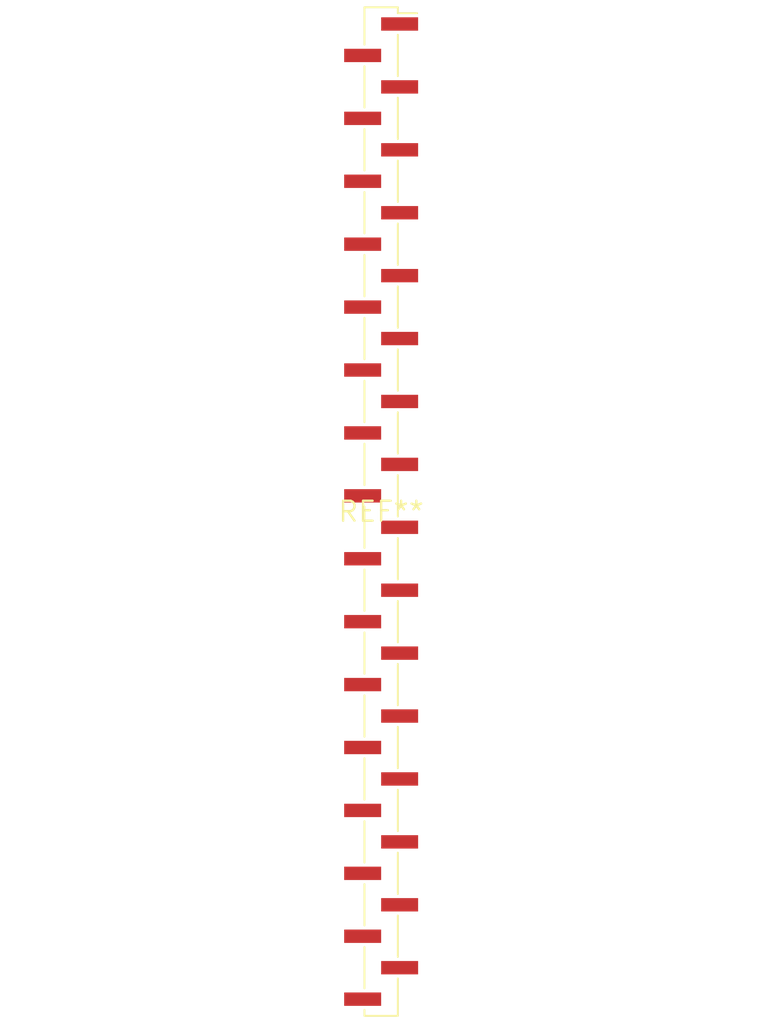
<source format=kicad_pcb>
(kicad_pcb (version 20240108) (generator pcbnew)
  (layers (0 "F.Cu" signal) (31 "B.Cu" signal) (34 "B.Paste" user) (35 "F.Paste" user) (36 "B.SilkS" user "B.Silkscreen") (37 "F.SilkS" user "F.Silkscreen") (38 "B.Mask" user) (39 "F.Mask" user) (44 "Edge.Cuts" user))
  (net 0 "")
  (footprint "PinHeader_1x32_P2.00mm_Vertical_SMD_Pin1Right" (layer "F.Cu") (at 0 0)
    (property "Reference" "REF**")
    (property "Value" "PinHeader_1x32_P2.00mm_Vertical_SMD_Pin1Right")
    (fp_line (start -1.06 -32.06) (end -1.06 -29.685) (layer "F.SilkS") (stroke (width 0.12)))
    (fp_line (start -1.06 -32.06) (end 1.06 -32.06) (layer "F.SilkS") (stroke (width 0.12)))
    (fp_line (start -1.06 -28.315) (end -1.06 -25.685) (layer "F.SilkS") (stroke (width 0.12)))
    (fp_line (start -1.06 -24.315) (end -1.06 -21.685) (layer "F.SilkS") (stroke (width 0.12)))
    (fp_line (start -1.06 -20.315) (end -1.06 -17.685) (layer "F.SilkS") (stroke (width 0.12)))
    (fp_line (start -1.06 -16.315) (end -1.06 -13.685) (layer "F.SilkS") (stroke (width 0.12)))
    (fp_line (start -1.06 -12.315) (end -1.06 -9.685) (layer "F.SilkS") (stroke (width 0.12)))
    (fp_line (start -1.06 -8.315) (end -1.06 -5.685) (layer "F.SilkS") (stroke (width 0.12)))
    (fp_line (start -1.06 -4.315) (end -1.06 -1.685) (layer "F.SilkS") (stroke (width 0.12)))
    (fp_line (start -1.06 -0.315) (end -1.06 2.315) (layer "F.SilkS") (stroke (width 0.12)))
    (fp_line (start -1.06 3.685) (end -1.06 6.315) (layer "F.SilkS") (stroke (width 0.12)))
    (fp_line (start -1.06 7.685) (end -1.06 10.315) (layer "F.SilkS") (stroke (width 0.12)))
    (fp_line (start -1.06 11.685) (end -1.06 14.315) (layer "F.SilkS") (stroke (width 0.12)))
    (fp_line (start -1.06 15.685) (end -1.06 18.315) (layer "F.SilkS") (stroke (width 0.12)))
    (fp_line (start -1.06 19.685) (end -1.06 22.315) (layer "F.SilkS") (stroke (width 0.12)))
    (fp_line (start -1.06 23.685) (end -1.06 26.315) (layer "F.SilkS") (stroke (width 0.12)))
    (fp_line (start -1.06 27.685) (end -1.06 30.315) (layer "F.SilkS") (stroke (width 0.12)))
    (fp_line (start -1.06 31.685) (end -1.06 32.06) (layer "F.SilkS") (stroke (width 0.12)))
    (fp_line (start -1.06 32.06) (end 1.06 32.06) (layer "F.SilkS") (stroke (width 0.12)))
    (fp_line (start 1.06 -32.06) (end 1.06 -31.685) (layer "F.SilkS") (stroke (width 0.12)))
    (fp_line (start 1.06 -31.685) (end 2.29 -31.685) (layer "F.SilkS") (stroke (width 0.12)))
    (fp_line (start 1.06 -30.315) (end 1.06 -27.685) (layer "F.SilkS") (stroke (width 0.12)))
    (fp_line (start 1.06 -26.315) (end 1.06 -23.685) (layer "F.SilkS") (stroke (width 0.12)))
    (fp_line (start 1.06 -22.315) (end 1.06 -19.685) (layer "F.SilkS") (stroke (width 0.12)))
    (fp_line (start 1.06 -18.315) (end 1.06 -15.685) (layer "F.SilkS") (stroke (width 0.12)))
    (fp_line (start 1.06 -14.315) (end 1.06 -11.685) (layer "F.SilkS") (stroke (width 0.12)))
    (fp_line (start 1.06 -10.315) (end 1.06 -7.685) (layer "F.SilkS") (stroke (width 0.12)))
    (fp_line (start 1.06 -6.315) (end 1.06 -3.685) (layer "F.SilkS") (stroke (width 0.12)))
    (fp_line (start 1.06 -2.315) (end 1.06 0.315) (layer "F.SilkS") (stroke (width 0.12)))
    (fp_line (start 1.06 1.685) (end 1.06 4.315) (layer "F.SilkS") (stroke (width 0.12)))
    (fp_line (start 1.06 5.685) (end 1.06 8.315) (layer "F.SilkS") (stroke (width 0.12)))
    (fp_line (start 1.06 9.685) (end 1.06 12.315) (layer "F.SilkS") (stroke (width 0.12)))
    (fp_line (start 1.06 13.685) (end 1.06 16.315) (layer "F.SilkS") (stroke (width 0.12)))
    (fp_line (start 1.06 17.685) (end 1.06 20.315) (layer "F.SilkS") (stroke (width 0.12)))
    (fp_line (start 1.06 21.685) (end 1.06 24.315) (layer "F.SilkS") (stroke (width 0.12)))
    (fp_line (start 1.06 25.685) (end 1.06 28.315) (layer "F.SilkS") (stroke (width 0.12)))
    (fp_line (start 1.06 29.685) (end 1.06 32.06) (layer "F.SilkS") (stroke (width 0.12)))
    (pad "1" smd rect (at 1.175 -31) (size 2.35 0.85) (layers "F.Cu" "F.Paste" "F.Mask"))
    (pad "2" smd rect (at -1.175 -29) (size 2.35 0.85) (layers "F.Cu" "F.Paste" "F.Mask"))
    (pad "3" smd rect (at 1.175 -27) (size 2.35 0.85) (layers "F.Cu" "F.Paste" "F.Mask"))
    (pad "4" smd rect (at -1.175 -25) (size 2.35 0.85) (layers "F.Cu" "F.Paste" "F.Mask"))
    (pad "5" smd rect (at 1.175 -23) (size 2.35 0.85) (layers "F.Cu" "F.Paste" "F.Mask"))
    (pad "6" smd rect (at -1.175 -21) (size 2.35 0.85) (layers "F.Cu" "F.Paste" "F.Mask"))
    (pad "7" smd rect (at 1.175 -19) (size 2.35 0.85) (layers "F.Cu" "F.Paste" "F.Mask"))
    (pad "8" smd rect (at -1.175 -17) (size 2.35 0.85) (layers "F.Cu" "F.Paste" "F.Mask"))
    (pad "9" smd rect (at 1.175 -15) (size 2.35 0.85) (layers "F.Cu" "F.Paste" "F.Mask"))
    (pad "10" smd rect (at -1.175 -13) (size 2.35 0.85) (layers "F.Cu" "F.Paste" "F.Mask"))
    (pad "11" smd rect (at 1.175 -11) (size 2.35 0.85) (layers "F.Cu" "F.Paste" "F.Mask"))
    (pad "12" smd rect (at -1.175 -9) (size 2.35 0.85) (layers "F.Cu" "F.Paste" "F.Mask"))
    (pad "13" smd rect (at 1.175 -7) (size 2.35 0.85) (layers "F.Cu" "F.Paste" "F.Mask"))
    (pad "14" smd rect (at -1.175 -5) (size 2.35 0.85) (layers "F.Cu" "F.Paste" "F.Mask"))
    (pad "15" smd rect (at 1.175 -3) (size 2.35 0.85) (layers "F.Cu" "F.Paste" "F.Mask"))
    (pad "16" smd rect (at -1.175 -1) (size 2.35 0.85) (layers "F.Cu" "F.Paste" "F.Mask"))
    (pad "17" smd rect (at 1.175 1) (size 2.35 0.85) (layers "F.Cu" "F.Paste" "F.Mask"))
    (pad "18" smd rect (at -1.175 3) (size 2.35 0.85) (layers "F.Cu" "F.Paste" "F.Mask"))
    (pad "19" smd rect (at 1.175 5) (size 2.35 0.85) (layers "F.Cu" "F.Paste" "F.Mask"))
    (pad "20" smd rect (at -1.175 7) (size 2.35 0.85) (layers "F.Cu" "F.Paste" "F.Mask"))
    (pad "21" smd rect (at 1.175 9) (size 2.35 0.85) (layers "F.Cu" "F.Paste" "F.Mask"))
    (pad "22" smd rect (at -1.175 11) (size 2.35 0.85) (layers "F.Cu" "F.Paste" "F.Mask"))
    (pad "23" smd rect (at 1.175 13) (size 2.35 0.85) (layers "F.Cu" "F.Paste" "F.Mask"))
    (pad "24" smd rect (at -1.175 15) (size 2.35 0.85) (layers "F.Cu" "F.Paste" "F.Mask"))
    (pad "25" smd rect (at 1.175 17) (size 2.35 0.85) (layers "F.Cu" "F.Paste" "F.Mask"))
    (pad "26" smd rect (at -1.175 19) (size 2.35 0.85) (layers "F.Cu" "F.Paste" "F.Mask"))
    (pad "27" smd rect (at 1.175 21) (size 2.35 0.85) (layers "F.Cu" "F.Paste" "F.Mask"))
    (pad "28" smd rect (at -1.175 23) (size 2.35 0.85) (layers "F.Cu" "F.Paste" "F.Mask"))
    (pad "29" smd rect (at 1.175 25) (size 2.35 0.85) (layers "F.Cu" "F.Paste" "F.Mask"))
    (pad "30" smd rect (at -1.175 27) (size 2.35 0.85) (layers "F.Cu" "F.Paste" "F.Mask"))
    (pad "31" smd rect (at 1.175 29) (size 2.35 0.85) (layers "F.Cu" "F.Paste" "F.Mask"))
    (pad "32" smd rect (at -1.175 31) (size 2.35 0.85) (layers "F.Cu" "F.Paste" "F.Mask"))
  )
)
</source>
